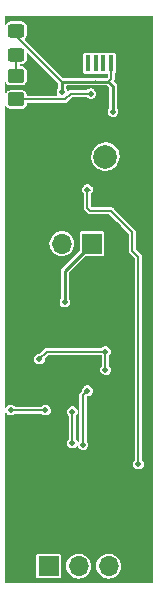
<source format=gbr>
%TF.GenerationSoftware,KiCad,Pcbnew,(6.0.2)*%
%TF.CreationDate,2022-03-27T22:18:15-04:00*%
%TF.ProjectId,Altimeter,416c7469-6d65-4746-9572-2e6b69636164,rev?*%
%TF.SameCoordinates,Original*%
%TF.FileFunction,Copper,L1,Top*%
%TF.FilePolarity,Positive*%
%FSLAX46Y46*%
G04 Gerber Fmt 4.6, Leading zero omitted, Abs format (unit mm)*
G04 Created by KiCad (PCBNEW (6.0.2)) date 2022-03-27 22:18:15*
%MOMM*%
%LPD*%
G01*
G04 APERTURE LIST*
G04 Aperture macros list*
%AMRoundRect*
0 Rectangle with rounded corners*
0 $1 Rounding radius*
0 $2 $3 $4 $5 $6 $7 $8 $9 X,Y pos of 4 corners*
0 Add a 4 corners polygon primitive as box body*
4,1,4,$2,$3,$4,$5,$6,$7,$8,$9,$2,$3,0*
0 Add four circle primitives for the rounded corners*
1,1,$1+$1,$2,$3*
1,1,$1+$1,$4,$5*
1,1,$1+$1,$6,$7*
1,1,$1+$1,$8,$9*
0 Add four rect primitives between the rounded corners*
20,1,$1+$1,$2,$3,$4,$5,0*
20,1,$1+$1,$4,$5,$6,$7,0*
20,1,$1+$1,$6,$7,$8,$9,0*
20,1,$1+$1,$8,$9,$2,$3,0*%
G04 Aperture macros list end*
%TA.AperFunction,ComponentPad*%
%ADD10C,2.000000*%
%TD*%
%TA.AperFunction,ComponentPad*%
%ADD11O,1.700000X1.700000*%
%TD*%
%TA.AperFunction,ComponentPad*%
%ADD12R,1.700000X1.700000*%
%TD*%
%TA.AperFunction,SMDPad,CuDef*%
%ADD13R,0.400000X1.400000*%
%TD*%
%TA.AperFunction,ComponentPad*%
%ADD14C,1.850000*%
%TD*%
%TA.AperFunction,SMDPad,CuDef*%
%ADD15R,1.750000X1.900000*%
%TD*%
%TA.AperFunction,SMDPad,CuDef*%
%ADD16R,1.150000X1.450000*%
%TD*%
%TA.AperFunction,SMDPad,CuDef*%
%ADD17RoundRect,0.250000X0.450000X-0.325000X0.450000X0.325000X-0.450000X0.325000X-0.450000X-0.325000X0*%
%TD*%
%TA.AperFunction,SMDPad,CuDef*%
%ADD18RoundRect,0.250000X-0.450000X0.350000X-0.450000X-0.350000X0.450000X-0.350000X0.450000X0.350000X0*%
%TD*%
%TA.AperFunction,ViaPad*%
%ADD19C,0.460000*%
%TD*%
%TA.AperFunction,Conductor*%
%ADD20C,0.200000*%
%TD*%
%TA.AperFunction,Conductor*%
%ADD21C,0.250000*%
%TD*%
G04 APERTURE END LIST*
D10*
%TO.P,LS1,1,+*%
%TO.N,Net-(C2-Pad1)*%
X41148000Y-37338000D03*
%TO.P,LS1,2,-*%
%TO.N,Earth*%
X36148000Y-37338000D03*
%TD*%
D11*
%TO.P,J2,3,Pin_3*%
%TO.N,Earth*%
X34925000Y-44704000D03*
%TO.P,J2,2,Pin_2*%
%TO.N,/BAT*%
X37465000Y-44704000D03*
D12*
%TO.P,J2,1,Pin_1*%
X40005000Y-44704000D03*
%TD*%
D13*
%TO.P,J1,1,1*%
%TO.N,/5V*%
X41625000Y-29450000D03*
%TO.P,J1,2,2*%
%TO.N,/D-*%
X40975000Y-29450000D03*
%TO.P,J1,3,3*%
%TO.N,/D+*%
X40325000Y-29450000D03*
%TO.P,J1,4,4*%
%TO.N,/ID*%
X39675000Y-29450000D03*
%TO.P,J1,5,5*%
%TO.N,Earth*%
X39025000Y-29450000D03*
D14*
%TO.P,J1,MH1,MH1*%
X43900000Y-26800000D03*
%TO.P,J1,MH2,MH2*%
X36750000Y-26800000D03*
D15*
%TO.P,J1,MP1,MP1*%
X41450000Y-26800000D03*
%TO.P,J1,MP2,MP2*%
X39200000Y-26800000D03*
D16*
%TO.P,J1,MP3,MP3*%
X42645000Y-29030000D03*
%TO.P,J1,MP4,MP4*%
X38005000Y-29030000D03*
%TD*%
D17*
%TO.P,D1,1,K*%
%TO.N,Net-(D1-Pad1)*%
X33600000Y-28725000D03*
%TO.P,D1,2,A*%
%TO.N,/5V*%
X33600000Y-26675000D03*
%TD*%
D18*
%TO.P,R5,1*%
%TO.N,Net-(D1-Pad1)*%
X33600000Y-30500000D03*
%TO.P,R5,2*%
%TO.N,Net-(IC4-Pad1)*%
X33600000Y-32500000D03*
%TD*%
D12*
%TO.P,J3,1,Pin_1*%
%TO.N,/PROG*%
X36337000Y-72009000D03*
D11*
%TO.P,J3,2,Pin_2*%
%TO.N,/RX*%
X38877000Y-72009000D03*
%TO.P,J3,3,Pin_3*%
%TO.N,/TX*%
X41417000Y-72009000D03*
%TD*%
D19*
%TO.N,Earth*%
X42800000Y-30500000D03*
X36800000Y-31200000D03*
X37700000Y-30400000D03*
X35200000Y-29600000D03*
X36100000Y-28600000D03*
%TO.N,Net-(IC4-Pad1)*%
X39900000Y-32000000D03*
%TO.N,Earth*%
X44600000Y-51500000D03*
X42400000Y-52400000D03*
X43300000Y-51500000D03*
X38200000Y-43100000D03*
X39497000Y-55753000D03*
X38100000Y-41700000D03*
X41800000Y-34700000D03*
X41656000Y-58039000D03*
X43561000Y-38989000D03*
%TO.N,/BAT*%
X33147000Y-58801000D03*
X36068000Y-58801000D03*
X37719000Y-49657000D03*
%TO.N,/5V*%
X37465000Y-31877000D03*
X41783000Y-33528000D03*
%TO.N,/BUZZER*%
X39624000Y-40132000D03*
X43942000Y-63373000D03*
%TO.N,/SDA*%
X39624000Y-57150000D03*
X39243000Y-61722000D03*
%TO.N,/SCL*%
X41148000Y-53848000D03*
X38354000Y-61595000D03*
X35560000Y-54483000D03*
X41148000Y-55372000D03*
X38354000Y-58941500D03*
%TD*%
D20*
%TO.N,/5V*%
X41625000Y-30765000D02*
X41402000Y-30988000D01*
X41625000Y-29450000D02*
X41625000Y-30765000D01*
X33600000Y-27123000D02*
X37465000Y-30988000D01*
X33600000Y-26675000D02*
X33600000Y-27123000D01*
%TO.N,Net-(D1-Pad1)*%
X33600000Y-30500000D02*
X33600000Y-28725000D01*
%TO.N,Net-(IC4-Pad1)*%
X37700000Y-32500000D02*
X33600000Y-32500000D01*
X38200000Y-32000000D02*
X37700000Y-32500000D01*
X39900000Y-32000000D02*
X38200000Y-32000000D01*
D21*
%TO.N,/5V*%
X41012000Y-30988000D02*
X41402000Y-30988000D01*
X40312000Y-30988000D02*
X41012000Y-30988000D01*
D20*
X41000000Y-30976000D02*
X41012000Y-30988000D01*
X40300000Y-30976000D02*
X40312000Y-30988000D01*
D21*
X37465000Y-30988000D02*
X40312000Y-30988000D01*
%TO.N,/BAT*%
X37719000Y-46990000D02*
X37719000Y-49657000D01*
D20*
X36068000Y-58801000D02*
X33147000Y-58801000D01*
D21*
X40005000Y-44704000D02*
X37719000Y-46990000D01*
%TO.N,/5V*%
X37465000Y-31877000D02*
X37465000Y-30988000D01*
X41402000Y-30988000D02*
X41783000Y-31369000D01*
X41783000Y-31369000D02*
X41783000Y-33528000D01*
D20*
%TO.N,/BUZZER*%
X39624000Y-41656000D02*
X39624000Y-40132000D01*
X43942000Y-63373000D02*
X43942000Y-45847000D01*
X41586006Y-41910000D02*
X39878000Y-41910000D01*
X43942000Y-45847000D02*
X43434000Y-45339000D01*
X43434000Y-45339000D02*
X43434000Y-43757994D01*
X43434000Y-43757994D02*
X41586006Y-41910000D01*
X39878000Y-41910000D02*
X39624000Y-41656000D01*
X39808006Y-40132000D02*
X39624000Y-40132000D01*
%TO.N,/SDA*%
X39243000Y-61722000D02*
X39243000Y-57531000D01*
X39243000Y-57531000D02*
X39624000Y-57150000D01*
%TO.N,/SCL*%
X38354000Y-58941500D02*
X38354000Y-61595000D01*
X35560000Y-54483000D02*
X36195000Y-53848000D01*
X36195000Y-53848000D02*
X41148000Y-53848000D01*
X41148000Y-55372000D02*
X41148000Y-53848000D01*
%TO.N,Earth*%
X41529000Y-42418000D02*
X42434000Y-43323000D01*
X37338000Y-42418000D02*
X41529000Y-42418000D01*
X35560000Y-44196000D02*
X37338000Y-42418000D01*
X35696000Y-44060000D02*
X35696000Y-44577000D01*
X42434000Y-43323000D02*
X42434000Y-44958000D01*
X35560000Y-44577000D02*
X35560000Y-44196000D01*
%TD*%
%TA.AperFunction,Conductor*%
%TO.N,Earth*%
G36*
X45193694Y-25421306D02*
G01*
X45212000Y-25465500D01*
X45212000Y-73343500D01*
X45193694Y-73387694D01*
X45149500Y-73406000D01*
X32701500Y-73406000D01*
X32657306Y-73387694D01*
X32639000Y-73343500D01*
X32639000Y-72878748D01*
X35286500Y-72878748D01*
X35287099Y-72881758D01*
X35287099Y-72881761D01*
X35290779Y-72900258D01*
X35298133Y-72937231D01*
X35342448Y-73003552D01*
X35347562Y-73006969D01*
X35403653Y-73044449D01*
X35403655Y-73044450D01*
X35408769Y-73047867D01*
X35414803Y-73049067D01*
X35414805Y-73049068D01*
X35464239Y-73058901D01*
X35464242Y-73058901D01*
X35467252Y-73059500D01*
X37206748Y-73059500D01*
X37209758Y-73058901D01*
X37209761Y-73058901D01*
X37259195Y-73049068D01*
X37259197Y-73049067D01*
X37265231Y-73047867D01*
X37270345Y-73044450D01*
X37270347Y-73044449D01*
X37326438Y-73006969D01*
X37331552Y-73003552D01*
X37375867Y-72937231D01*
X37383222Y-72900258D01*
X37386901Y-72881761D01*
X37386901Y-72881758D01*
X37387500Y-72878748D01*
X37387500Y-71994262D01*
X37821520Y-71994262D01*
X37838759Y-72199553D01*
X37895544Y-72397586D01*
X37989712Y-72580818D01*
X37991603Y-72583204D01*
X37991605Y-72583207D01*
X38020598Y-72619787D01*
X38117677Y-72742270D01*
X38274564Y-72875791D01*
X38454398Y-72976297D01*
X38457302Y-72977241D01*
X38457303Y-72977241D01*
X38647416Y-73039013D01*
X38647421Y-73039014D01*
X38650329Y-73039959D01*
X38653370Y-73040322D01*
X38653372Y-73040322D01*
X38722344Y-73048546D01*
X38854894Y-73064351D01*
X38857936Y-73064117D01*
X38857939Y-73064117D01*
X39057249Y-73048781D01*
X39057251Y-73048781D01*
X39060300Y-73048546D01*
X39258725Y-72993145D01*
X39261448Y-72991770D01*
X39261452Y-72991768D01*
X39439890Y-72901632D01*
X39442610Y-72900258D01*
X39445008Y-72898385D01*
X39445012Y-72898382D01*
X39530014Y-72831971D01*
X39604951Y-72773424D01*
X39633910Y-72739875D01*
X39657980Y-72711989D01*
X39739564Y-72617472D01*
X39841323Y-72438344D01*
X39906351Y-72242863D01*
X39911452Y-72202489D01*
X39931951Y-72040216D01*
X39931951Y-72040215D01*
X39932171Y-72038474D01*
X39932583Y-72009000D01*
X39932414Y-72007280D01*
X39932414Y-72007271D01*
X39931138Y-71994262D01*
X40361520Y-71994262D01*
X40378759Y-72199553D01*
X40435544Y-72397586D01*
X40529712Y-72580818D01*
X40531603Y-72583204D01*
X40531605Y-72583207D01*
X40560598Y-72619787D01*
X40657677Y-72742270D01*
X40814564Y-72875791D01*
X40994398Y-72976297D01*
X40997302Y-72977241D01*
X40997303Y-72977241D01*
X41187416Y-73039013D01*
X41187421Y-73039014D01*
X41190329Y-73039959D01*
X41193370Y-73040322D01*
X41193372Y-73040322D01*
X41262344Y-73048546D01*
X41394894Y-73064351D01*
X41397936Y-73064117D01*
X41397939Y-73064117D01*
X41597249Y-73048781D01*
X41597251Y-73048781D01*
X41600300Y-73048546D01*
X41798725Y-72993145D01*
X41801448Y-72991770D01*
X41801452Y-72991768D01*
X41979890Y-72901632D01*
X41982610Y-72900258D01*
X41985008Y-72898385D01*
X41985012Y-72898382D01*
X42070014Y-72831971D01*
X42144951Y-72773424D01*
X42173910Y-72739875D01*
X42197980Y-72711989D01*
X42279564Y-72617472D01*
X42381323Y-72438344D01*
X42446351Y-72242863D01*
X42451452Y-72202489D01*
X42471951Y-72040216D01*
X42471951Y-72040215D01*
X42472171Y-72038474D01*
X42472583Y-72009000D01*
X42472414Y-72007280D01*
X42472414Y-72007271D01*
X42452778Y-71807010D01*
X42452480Y-71803970D01*
X42392935Y-71606749D01*
X42296218Y-71424849D01*
X42166011Y-71265200D01*
X42007275Y-71133882D01*
X41826055Y-71035897D01*
X41745726Y-71011031D01*
X41632169Y-70975879D01*
X41632166Y-70975878D01*
X41629254Y-70974977D01*
X41626221Y-70974658D01*
X41626220Y-70974658D01*
X41571739Y-70968932D01*
X41424369Y-70953443D01*
X41421336Y-70953719D01*
X41421332Y-70953719D01*
X41308436Y-70963993D01*
X41219203Y-70972114D01*
X41216270Y-70972977D01*
X41216266Y-70972978D01*
X41086974Y-71011031D01*
X41021572Y-71030280D01*
X40839002Y-71125726D01*
X40678447Y-71254815D01*
X40546024Y-71412630D01*
X40446776Y-71593162D01*
X40384484Y-71789532D01*
X40384143Y-71792570D01*
X40384143Y-71792571D01*
X40382524Y-71807010D01*
X40361520Y-71994262D01*
X39931138Y-71994262D01*
X39912778Y-71807010D01*
X39912480Y-71803970D01*
X39852935Y-71606749D01*
X39756218Y-71424849D01*
X39626011Y-71265200D01*
X39467275Y-71133882D01*
X39286055Y-71035897D01*
X39205726Y-71011031D01*
X39092169Y-70975879D01*
X39092166Y-70975878D01*
X39089254Y-70974977D01*
X39086221Y-70974658D01*
X39086220Y-70974658D01*
X39031739Y-70968932D01*
X38884369Y-70953443D01*
X38881336Y-70953719D01*
X38881332Y-70953719D01*
X38768436Y-70963993D01*
X38679203Y-70972114D01*
X38676270Y-70972977D01*
X38676266Y-70972978D01*
X38546974Y-71011031D01*
X38481572Y-71030280D01*
X38299002Y-71125726D01*
X38138447Y-71254815D01*
X38006024Y-71412630D01*
X37906776Y-71593162D01*
X37844484Y-71789532D01*
X37844143Y-71792570D01*
X37844143Y-71792571D01*
X37842524Y-71807010D01*
X37821520Y-71994262D01*
X37387500Y-71994262D01*
X37387500Y-71139252D01*
X37386432Y-71133882D01*
X37377068Y-71086805D01*
X37377067Y-71086803D01*
X37375867Y-71080769D01*
X37331552Y-71014448D01*
X37314680Y-71003174D01*
X37270347Y-70973551D01*
X37270345Y-70973550D01*
X37265231Y-70970133D01*
X37259197Y-70968933D01*
X37259195Y-70968932D01*
X37209761Y-70959099D01*
X37209758Y-70959099D01*
X37206748Y-70958500D01*
X35467252Y-70958500D01*
X35464242Y-70959099D01*
X35464239Y-70959099D01*
X35414805Y-70968932D01*
X35414803Y-70968933D01*
X35408769Y-70970133D01*
X35403655Y-70973550D01*
X35403653Y-70973551D01*
X35359320Y-71003174D01*
X35342448Y-71014448D01*
X35298133Y-71080769D01*
X35296933Y-71086803D01*
X35296932Y-71086805D01*
X35287568Y-71133882D01*
X35286500Y-71139252D01*
X35286500Y-72878748D01*
X32639000Y-72878748D01*
X32639000Y-61589440D01*
X37898901Y-61589440D01*
X37915633Y-61717394D01*
X37917426Y-61721469D01*
X37922553Y-61733120D01*
X37967605Y-61835510D01*
X38050639Y-61934291D01*
X38054344Y-61936757D01*
X38054346Y-61936759D01*
X38119017Y-61979807D01*
X38158060Y-62005796D01*
X38281233Y-62044278D01*
X38285683Y-62044360D01*
X38285686Y-62044360D01*
X38405809Y-62046562D01*
X38405812Y-62046562D01*
X38410255Y-62046643D01*
X38414546Y-62045473D01*
X38414547Y-62045473D01*
X38472505Y-62029671D01*
X38534755Y-62012700D01*
X38644724Y-61945179D01*
X38717458Y-61864823D01*
X38760686Y-61844343D01*
X38805736Y-61860429D01*
X38821001Y-61881594D01*
X38847527Y-61941878D01*
X38856605Y-61962510D01*
X38939639Y-62061291D01*
X38943344Y-62063757D01*
X38943346Y-62063759D01*
X39024902Y-62118047D01*
X39047060Y-62132796D01*
X39170233Y-62171278D01*
X39174683Y-62171360D01*
X39174686Y-62171360D01*
X39294809Y-62173562D01*
X39294812Y-62173562D01*
X39299255Y-62173643D01*
X39303546Y-62172473D01*
X39303547Y-62172473D01*
X39361505Y-62156672D01*
X39423755Y-62139700D01*
X39533724Y-62072179D01*
X39620322Y-61976507D01*
X39676588Y-61860375D01*
X39678417Y-61849507D01*
X39697597Y-61735496D01*
X39697997Y-61733120D01*
X39698133Y-61722000D01*
X39679839Y-61594259D01*
X39626428Y-61476788D01*
X39623025Y-61472838D01*
X39558652Y-61398130D01*
X39543500Y-61357333D01*
X39543500Y-57681359D01*
X39561806Y-57637165D01*
X39580039Y-57618932D01*
X39625377Y-57600637D01*
X39680255Y-57601643D01*
X39804755Y-57567700D01*
X39914724Y-57500179D01*
X39918805Y-57495671D01*
X39998335Y-57407807D01*
X40001322Y-57404507D01*
X40057588Y-57288375D01*
X40058498Y-57282971D01*
X40078597Y-57163496D01*
X40078997Y-57161120D01*
X40079133Y-57150000D01*
X40060839Y-57022259D01*
X40007428Y-56904788D01*
X39923193Y-56807028D01*
X39814906Y-56736841D01*
X39810641Y-56735566D01*
X39810638Y-56735564D01*
X39695541Y-56701142D01*
X39695538Y-56701142D01*
X39691273Y-56699866D01*
X39627721Y-56699478D01*
X39566684Y-56699105D01*
X39566683Y-56699105D01*
X39562231Y-56699078D01*
X39438155Y-56734539D01*
X39329019Y-56803399D01*
X39326076Y-56806731D01*
X39326074Y-56806733D01*
X39322833Y-56810403D01*
X39243596Y-56900122D01*
X39188754Y-57016932D01*
X39168901Y-57144440D01*
X39169478Y-57148855D01*
X39169424Y-57153306D01*
X39166940Y-57153276D01*
X39156612Y-57191672D01*
X39151258Y-57197771D01*
X39069445Y-57279584D01*
X39064820Y-57283576D01*
X39060731Y-57285575D01*
X39056807Y-57289805D01*
X39026620Y-57322347D01*
X39024993Y-57324036D01*
X39010752Y-57338277D01*
X39009125Y-57340648D01*
X39007281Y-57342867D01*
X39007211Y-57342808D01*
X39004534Y-57346156D01*
X38984599Y-57367646D01*
X38978829Y-57382109D01*
X38972318Y-57394303D01*
X38966772Y-57402387D01*
X38966771Y-57402390D01*
X38963508Y-57407146D01*
X38962176Y-57412761D01*
X38956739Y-57435670D01*
X38953983Y-57444387D01*
X38943117Y-57471622D01*
X38942500Y-57477915D01*
X38942500Y-57488357D01*
X38940811Y-57502788D01*
X38937660Y-57516066D01*
X38938438Y-57521782D01*
X38941929Y-57547434D01*
X38942500Y-57555862D01*
X38942500Y-61358000D01*
X38926846Y-61399373D01*
X38880516Y-61451831D01*
X38837540Y-61472838D01*
X38792297Y-61457304D01*
X38776775Y-61436327D01*
X38739272Y-61353843D01*
X38739271Y-61353841D01*
X38737428Y-61349788D01*
X38669652Y-61271130D01*
X38654500Y-61230333D01*
X38654500Y-59304964D01*
X38670663Y-59263022D01*
X38682199Y-59250278D01*
X38731322Y-59196007D01*
X38787588Y-59079875D01*
X38790534Y-59062368D01*
X38808597Y-58954996D01*
X38808997Y-58952620D01*
X38809133Y-58941500D01*
X38790839Y-58813759D01*
X38737428Y-58696288D01*
X38653193Y-58598528D01*
X38544906Y-58528341D01*
X38540641Y-58527066D01*
X38540638Y-58527064D01*
X38425541Y-58492642D01*
X38425538Y-58492642D01*
X38421273Y-58491366D01*
X38357721Y-58490978D01*
X38296684Y-58490605D01*
X38296683Y-58490605D01*
X38292231Y-58490578D01*
X38168155Y-58526039D01*
X38059019Y-58594899D01*
X38056076Y-58598231D01*
X38056074Y-58598233D01*
X37985920Y-58677668D01*
X37973596Y-58691622D01*
X37918754Y-58808432D01*
X37898901Y-58935940D01*
X37915633Y-59063894D01*
X37917426Y-59067969D01*
X37952587Y-59147878D01*
X37967605Y-59182010D01*
X37979371Y-59196007D01*
X38038843Y-59266758D01*
X38053500Y-59306974D01*
X38053500Y-61231000D01*
X38037846Y-61272373D01*
X37973596Y-61345122D01*
X37918754Y-61461932D01*
X37898901Y-61589440D01*
X32639000Y-61589440D01*
X32639000Y-59062368D01*
X32657306Y-59018174D01*
X32701500Y-58999868D01*
X32745694Y-59018174D01*
X32756336Y-59033732D01*
X32756459Y-59033655D01*
X32758230Y-59036500D01*
X32758708Y-59037199D01*
X32760605Y-59041510D01*
X32772371Y-59055507D01*
X32828313Y-59122058D01*
X32843639Y-59140291D01*
X32847344Y-59142757D01*
X32847346Y-59142759D01*
X32906313Y-59182010D01*
X32951060Y-59211796D01*
X33074233Y-59250278D01*
X33078683Y-59250360D01*
X33078686Y-59250360D01*
X33198809Y-59252562D01*
X33198812Y-59252562D01*
X33203255Y-59252643D01*
X33207546Y-59251473D01*
X33207547Y-59251473D01*
X33265505Y-59235672D01*
X33327755Y-59218700D01*
X33437724Y-59151179D01*
X33464083Y-59122058D01*
X33510420Y-59101500D01*
X35702921Y-59101500D01*
X35747115Y-59119806D01*
X35750757Y-59123777D01*
X35764639Y-59140291D01*
X35768344Y-59142757D01*
X35768346Y-59142759D01*
X35827313Y-59182010D01*
X35872060Y-59211796D01*
X35995233Y-59250278D01*
X35999683Y-59250360D01*
X35999686Y-59250360D01*
X36119809Y-59252562D01*
X36119812Y-59252562D01*
X36124255Y-59252643D01*
X36128546Y-59251473D01*
X36128547Y-59251473D01*
X36186505Y-59235672D01*
X36248755Y-59218700D01*
X36358724Y-59151179D01*
X36445322Y-59055507D01*
X36501588Y-58939375D01*
X36522997Y-58812120D01*
X36523133Y-58801000D01*
X36504839Y-58673259D01*
X36472210Y-58601496D01*
X36453272Y-58559843D01*
X36453271Y-58559841D01*
X36451428Y-58555788D01*
X36440159Y-58542709D01*
X36370101Y-58461403D01*
X36367193Y-58458028D01*
X36258906Y-58387841D01*
X36254641Y-58386566D01*
X36254638Y-58386564D01*
X36139541Y-58352142D01*
X36139538Y-58352142D01*
X36135273Y-58350866D01*
X36071721Y-58350478D01*
X36010684Y-58350105D01*
X36010683Y-58350105D01*
X36006231Y-58350078D01*
X35882155Y-58385539D01*
X35773019Y-58454399D01*
X35770076Y-58457731D01*
X35770074Y-58457733D01*
X35750963Y-58479373D01*
X35704117Y-58500500D01*
X33511437Y-58500500D01*
X33464090Y-58478798D01*
X33449102Y-58461403D01*
X33449098Y-58461400D01*
X33446193Y-58458028D01*
X33337906Y-58387841D01*
X33333641Y-58386566D01*
X33333638Y-58386564D01*
X33218541Y-58352142D01*
X33218538Y-58352142D01*
X33214273Y-58350866D01*
X33150721Y-58350478D01*
X33089684Y-58350105D01*
X33089683Y-58350105D01*
X33085231Y-58350078D01*
X32961155Y-58385539D01*
X32852019Y-58454399D01*
X32849076Y-58457731D01*
X32849074Y-58457733D01*
X32786650Y-58528415D01*
X32766596Y-58551122D01*
X32764704Y-58555152D01*
X32758075Y-58569271D01*
X32722722Y-58601496D01*
X32674938Y-58599284D01*
X32642713Y-58563931D01*
X32639000Y-58542709D01*
X32639000Y-54477440D01*
X35104901Y-54477440D01*
X35105478Y-54481853D01*
X35105478Y-54481854D01*
X35106767Y-54491708D01*
X35121633Y-54605394D01*
X35173605Y-54723510D01*
X35256639Y-54822291D01*
X35260344Y-54824757D01*
X35260346Y-54824759D01*
X35341902Y-54879047D01*
X35364060Y-54893796D01*
X35487233Y-54932278D01*
X35491683Y-54932360D01*
X35491686Y-54932360D01*
X35611809Y-54934562D01*
X35611812Y-54934562D01*
X35616255Y-54934643D01*
X35620546Y-54933473D01*
X35620547Y-54933473D01*
X35678505Y-54917671D01*
X35740755Y-54900700D01*
X35850724Y-54833179D01*
X35937322Y-54737507D01*
X35993588Y-54621375D01*
X36014997Y-54494120D01*
X36015133Y-54483000D01*
X36015092Y-54482716D01*
X36033127Y-54434844D01*
X36301165Y-54166806D01*
X36345359Y-54148500D01*
X40782921Y-54148500D01*
X40827115Y-54166806D01*
X40830763Y-54170783D01*
X40832839Y-54173253D01*
X40832849Y-54173265D01*
X40847500Y-54213474D01*
X40847500Y-55008000D01*
X40831846Y-55049373D01*
X40767596Y-55122122D01*
X40712754Y-55238932D01*
X40692901Y-55366440D01*
X40709633Y-55494394D01*
X40761605Y-55612510D01*
X40844639Y-55711291D01*
X40848344Y-55713757D01*
X40848346Y-55713759D01*
X40929902Y-55768047D01*
X40952060Y-55782796D01*
X41075233Y-55821278D01*
X41079683Y-55821360D01*
X41079686Y-55821360D01*
X41199809Y-55823562D01*
X41199812Y-55823562D01*
X41204255Y-55823643D01*
X41208546Y-55822473D01*
X41208547Y-55822473D01*
X41266505Y-55806671D01*
X41328755Y-55789700D01*
X41438724Y-55722179D01*
X41525322Y-55626507D01*
X41581588Y-55510375D01*
X41602997Y-55383120D01*
X41603133Y-55372000D01*
X41584839Y-55244259D01*
X41531428Y-55126788D01*
X41463652Y-55048130D01*
X41448500Y-55007333D01*
X41448500Y-54211464D01*
X41464663Y-54169522D01*
X41467122Y-54166806D01*
X41525322Y-54102507D01*
X41581588Y-53986375D01*
X41602997Y-53859120D01*
X41603133Y-53848000D01*
X41584839Y-53720259D01*
X41542039Y-53626126D01*
X41533272Y-53606843D01*
X41533271Y-53606841D01*
X41531428Y-53602788D01*
X41447193Y-53505028D01*
X41338906Y-53434841D01*
X41334641Y-53433566D01*
X41334638Y-53433564D01*
X41219541Y-53399142D01*
X41219538Y-53399142D01*
X41215273Y-53397866D01*
X41151721Y-53397478D01*
X41090684Y-53397105D01*
X41090683Y-53397105D01*
X41086231Y-53397078D01*
X40962155Y-53432539D01*
X40853019Y-53501399D01*
X40850076Y-53504731D01*
X40850074Y-53504733D01*
X40830963Y-53526373D01*
X40784117Y-53547500D01*
X36250059Y-53547500D01*
X36243965Y-53547053D01*
X36239658Y-53545574D01*
X36189531Y-53547456D01*
X36187186Y-53547500D01*
X36167052Y-53547500D01*
X36164220Y-53548028D01*
X36161356Y-53548292D01*
X36161348Y-53548200D01*
X36157088Y-53548674D01*
X36152649Y-53548841D01*
X36127792Y-53549774D01*
X36113482Y-53555922D01*
X36100254Y-53559940D01*
X36090620Y-53561734D01*
X36090618Y-53561735D01*
X36084947Y-53562791D01*
X36065930Y-53574513D01*
X36059987Y-53578176D01*
X36051868Y-53582393D01*
X36024938Y-53593964D01*
X36020051Y-53597977D01*
X36012667Y-53605361D01*
X36001269Y-53614371D01*
X35989652Y-53621532D01*
X35986159Y-53626126D01*
X35970490Y-53646731D01*
X35964934Y-53653094D01*
X35603882Y-54014146D01*
X35559307Y-54032451D01*
X35522007Y-54032223D01*
X35502684Y-54032105D01*
X35502683Y-54032105D01*
X35498231Y-54032078D01*
X35374155Y-54067539D01*
X35265019Y-54136399D01*
X35262076Y-54139731D01*
X35262074Y-54139733D01*
X35182543Y-54229785D01*
X35179596Y-54233122D01*
X35124754Y-54349932D01*
X35104901Y-54477440D01*
X32639000Y-54477440D01*
X32639000Y-49651440D01*
X37263901Y-49651440D01*
X37280633Y-49779394D01*
X37332605Y-49897510D01*
X37415639Y-49996291D01*
X37419344Y-49998757D01*
X37419346Y-49998759D01*
X37500902Y-50053047D01*
X37523060Y-50067796D01*
X37646233Y-50106278D01*
X37650683Y-50106360D01*
X37650686Y-50106360D01*
X37770809Y-50108562D01*
X37770812Y-50108562D01*
X37775255Y-50108643D01*
X37779546Y-50107473D01*
X37779547Y-50107473D01*
X37837505Y-50091672D01*
X37899755Y-50074700D01*
X38009724Y-50007179D01*
X38096322Y-49911507D01*
X38152588Y-49795375D01*
X38173997Y-49668120D01*
X38174133Y-49657000D01*
X38155839Y-49529259D01*
X38102428Y-49411788D01*
X38059652Y-49362144D01*
X38044500Y-49321347D01*
X38044500Y-47150714D01*
X38062806Y-47106520D01*
X39396521Y-45772806D01*
X39440715Y-45754500D01*
X40874748Y-45754500D01*
X40877758Y-45753901D01*
X40877761Y-45753901D01*
X40927195Y-45744068D01*
X40927197Y-45744067D01*
X40933231Y-45742867D01*
X40938345Y-45739450D01*
X40938347Y-45739449D01*
X40994438Y-45701969D01*
X40999552Y-45698552D01*
X41013995Y-45676937D01*
X41040449Y-45637347D01*
X41040450Y-45637345D01*
X41043867Y-45632231D01*
X41046315Y-45619927D01*
X41054901Y-45576761D01*
X41054901Y-45576758D01*
X41055500Y-45573748D01*
X41055500Y-43834252D01*
X41054432Y-43828882D01*
X41045068Y-43781805D01*
X41045067Y-43781803D01*
X41043867Y-43775769D01*
X40999552Y-43709448D01*
X40950207Y-43676476D01*
X40938347Y-43668551D01*
X40938345Y-43668550D01*
X40933231Y-43665133D01*
X40927197Y-43663933D01*
X40927195Y-43663932D01*
X40877761Y-43654099D01*
X40877758Y-43654099D01*
X40874748Y-43653500D01*
X39135252Y-43653500D01*
X39132242Y-43654099D01*
X39132239Y-43654099D01*
X39082805Y-43663932D01*
X39082803Y-43663933D01*
X39076769Y-43665133D01*
X39071655Y-43668550D01*
X39071653Y-43668551D01*
X39059793Y-43676476D01*
X39010448Y-43709448D01*
X38966133Y-43775769D01*
X38964933Y-43781803D01*
X38964932Y-43781805D01*
X38955568Y-43828882D01*
X38954500Y-43834252D01*
X38954500Y-45268285D01*
X38936194Y-45312479D01*
X37500820Y-46747854D01*
X37496800Y-46751538D01*
X37465806Y-46777545D01*
X37463073Y-46782279D01*
X37445580Y-46812579D01*
X37442650Y-46817178D01*
X37419446Y-46850316D01*
X37418032Y-46855593D01*
X37418031Y-46855595D01*
X37417812Y-46856414D01*
X37411568Y-46871487D01*
X37411147Y-46872216D01*
X37411145Y-46872221D01*
X37408412Y-46876955D01*
X37407463Y-46882338D01*
X37401388Y-46916793D01*
X37400207Y-46922117D01*
X37389736Y-46961193D01*
X37390213Y-46966640D01*
X37393262Y-47001494D01*
X37393500Y-47006941D01*
X37393500Y-49321307D01*
X37377846Y-49362680D01*
X37338596Y-49407122D01*
X37283754Y-49523932D01*
X37263901Y-49651440D01*
X32639000Y-49651440D01*
X32639000Y-44689262D01*
X36409520Y-44689262D01*
X36426759Y-44894553D01*
X36483544Y-45092586D01*
X36577712Y-45275818D01*
X36579603Y-45278204D01*
X36579605Y-45278207D01*
X36606769Y-45312479D01*
X36705677Y-45437270D01*
X36708007Y-45439253D01*
X36831494Y-45544348D01*
X36862564Y-45570791D01*
X37042398Y-45671297D01*
X37045302Y-45672241D01*
X37045303Y-45672241D01*
X37235416Y-45734013D01*
X37235421Y-45734014D01*
X37238329Y-45734959D01*
X37241370Y-45735322D01*
X37241372Y-45735322D01*
X37310344Y-45743546D01*
X37442894Y-45759351D01*
X37445936Y-45759117D01*
X37445939Y-45759117D01*
X37645249Y-45743781D01*
X37645251Y-45743781D01*
X37648300Y-45743546D01*
X37846725Y-45688145D01*
X37849448Y-45686770D01*
X37849452Y-45686768D01*
X38027890Y-45596632D01*
X38030610Y-45595258D01*
X38033008Y-45593385D01*
X38033012Y-45593382D01*
X38140935Y-45509063D01*
X38192951Y-45468424D01*
X38205433Y-45453964D01*
X38280542Y-45366948D01*
X38327564Y-45312472D01*
X38429323Y-45133344D01*
X38494351Y-44937863D01*
X38499452Y-44897489D01*
X38519951Y-44735216D01*
X38519951Y-44735215D01*
X38520171Y-44733474D01*
X38520583Y-44704000D01*
X38520414Y-44702280D01*
X38520414Y-44702271D01*
X38500778Y-44502010D01*
X38500480Y-44498970D01*
X38440935Y-44301749D01*
X38344218Y-44119849D01*
X38214011Y-43960200D01*
X38055275Y-43828882D01*
X37874055Y-43730897D01*
X37793726Y-43706031D01*
X37680169Y-43670879D01*
X37680166Y-43670878D01*
X37677254Y-43669977D01*
X37674221Y-43669658D01*
X37674220Y-43669658D01*
X37613250Y-43663250D01*
X37472369Y-43648443D01*
X37469336Y-43648719D01*
X37469332Y-43648719D01*
X37356436Y-43658993D01*
X37267203Y-43667114D01*
X37264270Y-43667977D01*
X37264266Y-43667978D01*
X37134974Y-43706031D01*
X37069572Y-43725280D01*
X36887002Y-43820726D01*
X36726447Y-43949815D01*
X36594024Y-44107630D01*
X36494776Y-44288162D01*
X36432484Y-44484532D01*
X36432143Y-44487570D01*
X36432143Y-44487571D01*
X36430524Y-44502010D01*
X36409520Y-44689262D01*
X32639000Y-44689262D01*
X32639000Y-40126440D01*
X39168901Y-40126440D01*
X39185633Y-40254394D01*
X39187426Y-40258469D01*
X39226765Y-40347873D01*
X39237605Y-40372510D01*
X39289972Y-40434808D01*
X39308843Y-40457258D01*
X39323500Y-40497474D01*
X39323500Y-41600948D01*
X39323053Y-41607036D01*
X39321575Y-41611342D01*
X39322417Y-41633772D01*
X39323456Y-41661454D01*
X39323500Y-41663798D01*
X39323500Y-41683948D01*
X39324026Y-41686775D01*
X39324291Y-41689642D01*
X39324200Y-41689650D01*
X39324674Y-41693912D01*
X39325774Y-41723208D01*
X39328051Y-41728507D01*
X39331922Y-41737518D01*
X39335940Y-41750746D01*
X39338791Y-41766053D01*
X39354178Y-41791016D01*
X39358387Y-41799117D01*
X39369964Y-41826063D01*
X39373978Y-41830949D01*
X39381360Y-41838331D01*
X39390370Y-41849730D01*
X39397532Y-41861348D01*
X39402126Y-41864841D01*
X39422734Y-41880512D01*
X39429097Y-41886068D01*
X39626587Y-42083559D01*
X39630577Y-42088181D01*
X39632575Y-42092269D01*
X39636805Y-42096193D01*
X39669334Y-42126368D01*
X39671023Y-42127995D01*
X39685276Y-42142248D01*
X39687653Y-42143878D01*
X39689869Y-42145720D01*
X39689809Y-42145792D01*
X39693160Y-42148470D01*
X39710412Y-42164474D01*
X39710414Y-42164475D01*
X39714646Y-42168401D01*
X39720004Y-42170539D01*
X39720008Y-42170541D01*
X39729109Y-42174171D01*
X39741301Y-42180680D01*
X39754146Y-42189492D01*
X39774844Y-42194404D01*
X39782670Y-42196261D01*
X39791387Y-42199017D01*
X39818622Y-42209883D01*
X39823013Y-42210314D01*
X39823015Y-42210314D01*
X39823155Y-42210327D01*
X39824915Y-42210500D01*
X39835357Y-42210500D01*
X39849788Y-42212189D01*
X39863066Y-42215340D01*
X39894435Y-42211071D01*
X39902862Y-42210500D01*
X41435647Y-42210500D01*
X41479841Y-42228806D01*
X43115194Y-43864159D01*
X43133500Y-43908353D01*
X43133500Y-45283948D01*
X43133053Y-45290036D01*
X43131575Y-45294342D01*
X43133430Y-45343769D01*
X43133456Y-45344454D01*
X43133500Y-45346798D01*
X43133500Y-45366948D01*
X43134026Y-45369775D01*
X43134291Y-45372642D01*
X43134200Y-45372650D01*
X43134674Y-45376912D01*
X43135774Y-45406208D01*
X43138051Y-45411507D01*
X43141922Y-45420518D01*
X43145940Y-45433746D01*
X43148791Y-45449053D01*
X43164178Y-45474016D01*
X43168387Y-45482117D01*
X43179964Y-45509063D01*
X43183978Y-45513949D01*
X43191360Y-45521331D01*
X43200370Y-45532730D01*
X43207532Y-45544348D01*
X43212126Y-45547841D01*
X43232734Y-45563512D01*
X43239097Y-45569068D01*
X43623194Y-45953165D01*
X43641500Y-45997359D01*
X43641500Y-63009000D01*
X43625846Y-63050373D01*
X43561596Y-63123122D01*
X43506754Y-63239932D01*
X43486901Y-63367440D01*
X43503633Y-63495394D01*
X43555605Y-63613510D01*
X43638639Y-63712291D01*
X43642344Y-63714757D01*
X43642346Y-63714759D01*
X43723902Y-63769047D01*
X43746060Y-63783796D01*
X43869233Y-63822278D01*
X43873683Y-63822360D01*
X43873686Y-63822360D01*
X43993809Y-63824562D01*
X43993812Y-63824562D01*
X43998255Y-63824643D01*
X44002546Y-63823473D01*
X44002547Y-63823473D01*
X44060505Y-63807671D01*
X44122755Y-63790700D01*
X44232724Y-63723179D01*
X44319322Y-63627507D01*
X44375588Y-63511375D01*
X44396997Y-63384120D01*
X44397133Y-63373000D01*
X44378839Y-63245259D01*
X44325428Y-63127788D01*
X44257652Y-63049130D01*
X44242500Y-63008333D01*
X44242500Y-45902052D01*
X44242947Y-45895964D01*
X44244425Y-45891658D01*
X44242544Y-45841558D01*
X44242500Y-45839213D01*
X44242500Y-45819052D01*
X44241974Y-45816226D01*
X44241709Y-45813357D01*
X44241800Y-45813349D01*
X44241325Y-45809082D01*
X44240442Y-45785559D01*
X44240442Y-45785557D01*
X44240225Y-45779791D01*
X44234081Y-45765490D01*
X44230061Y-45752261D01*
X44228265Y-45742618D01*
X44227209Y-45736947D01*
X44211827Y-45711993D01*
X44207607Y-45703870D01*
X44197778Y-45680991D01*
X44197777Y-45680989D01*
X44196036Y-45676937D01*
X44192022Y-45672051D01*
X44184640Y-45664669D01*
X44175630Y-45653270D01*
X44171498Y-45646567D01*
X44171497Y-45646566D01*
X44168468Y-45641652D01*
X44143266Y-45622488D01*
X44136903Y-45616932D01*
X43752806Y-45232835D01*
X43734500Y-45188641D01*
X43734500Y-43813046D01*
X43734947Y-43806958D01*
X43736425Y-43802652D01*
X43734544Y-43752539D01*
X43734500Y-43750195D01*
X43734500Y-43730046D01*
X43733974Y-43727219D01*
X43733709Y-43724352D01*
X43733800Y-43724344D01*
X43733326Y-43720082D01*
X43732443Y-43696553D01*
X43732442Y-43696551D01*
X43732226Y-43690785D01*
X43729947Y-43685480D01*
X43726079Y-43676476D01*
X43722061Y-43663250D01*
X43720267Y-43653617D01*
X43720265Y-43653612D01*
X43719209Y-43647941D01*
X43703822Y-43622978D01*
X43699613Y-43614877D01*
X43688036Y-43587931D01*
X43684022Y-43583045D01*
X43676640Y-43575663D01*
X43667630Y-43564264D01*
X43663498Y-43557561D01*
X43663497Y-43557560D01*
X43660468Y-43552646D01*
X43635266Y-43533482D01*
X43628903Y-43527926D01*
X41837422Y-41736445D01*
X41833430Y-41731820D01*
X41831431Y-41727731D01*
X41820341Y-41717443D01*
X41794659Y-41693620D01*
X41792970Y-41691993D01*
X41778729Y-41677752D01*
X41776358Y-41676125D01*
X41774139Y-41674281D01*
X41774198Y-41674211D01*
X41770848Y-41671532D01*
X41753589Y-41655522D01*
X41749360Y-41651599D01*
X41734895Y-41645828D01*
X41722703Y-41639318D01*
X41714619Y-41633772D01*
X41714616Y-41633771D01*
X41709860Y-41630508D01*
X41681337Y-41623739D01*
X41672619Y-41620983D01*
X41645384Y-41610117D01*
X41640993Y-41609686D01*
X41640991Y-41609686D01*
X41640851Y-41609673D01*
X41639091Y-41609500D01*
X41628649Y-41609500D01*
X41614218Y-41607811D01*
X41606553Y-41605992D01*
X41600940Y-41604660D01*
X41591153Y-41605992D01*
X41569572Y-41608929D01*
X41561144Y-41609500D01*
X40028359Y-41609500D01*
X39984165Y-41591194D01*
X39942806Y-41549835D01*
X39924500Y-41505641D01*
X39924500Y-40495464D01*
X39940663Y-40453522D01*
X39998334Y-40389808D01*
X40001322Y-40386507D01*
X40014915Y-40358452D01*
X40021411Y-40347873D01*
X40077621Y-40273952D01*
X40081114Y-40269359D01*
X40086727Y-40249978D01*
X40110647Y-40167374D01*
X40112252Y-40161832D01*
X40102593Y-40050304D01*
X40053431Y-39949731D01*
X40032564Y-39930374D01*
X40018174Y-39910422D01*
X40009272Y-39890843D01*
X40009271Y-39890841D01*
X40007428Y-39886788D01*
X39923193Y-39789028D01*
X39814906Y-39718841D01*
X39810641Y-39717566D01*
X39810638Y-39717564D01*
X39695541Y-39683142D01*
X39695538Y-39683142D01*
X39691273Y-39681866D01*
X39627721Y-39681478D01*
X39566684Y-39681105D01*
X39566683Y-39681105D01*
X39562231Y-39681078D01*
X39438155Y-39716539D01*
X39329019Y-39785399D01*
X39326076Y-39788731D01*
X39326074Y-39788733D01*
X39322833Y-39792403D01*
X39243596Y-39882122D01*
X39188754Y-39998932D01*
X39168901Y-40126440D01*
X32639000Y-40126440D01*
X32639000Y-37306440D01*
X39942770Y-37306440D01*
X39957200Y-37526604D01*
X40011511Y-37740452D01*
X40103883Y-37940821D01*
X40231222Y-38121002D01*
X40389264Y-38274961D01*
X40572717Y-38397540D01*
X40775436Y-38484635D01*
X40778222Y-38485265D01*
X40778227Y-38485267D01*
X40987842Y-38532698D01*
X40987845Y-38532698D01*
X40990632Y-38533329D01*
X41088029Y-38537156D01*
X41208238Y-38541879D01*
X41208242Y-38541879D01*
X41211098Y-38541991D01*
X41429452Y-38510331D01*
X41638379Y-38439410D01*
X41830884Y-38331602D01*
X42000518Y-38190518D01*
X42141602Y-38020884D01*
X42249410Y-37828379D01*
X42320331Y-37619452D01*
X42351991Y-37401098D01*
X42353643Y-37338000D01*
X42350482Y-37303592D01*
X42333716Y-37121142D01*
X42333454Y-37118289D01*
X42323954Y-37084602D01*
X42274342Y-36908691D01*
X42273565Y-36905936D01*
X42260455Y-36879350D01*
X42177248Y-36710624D01*
X42177247Y-36710623D01*
X42175980Y-36708053D01*
X42157941Y-36683896D01*
X42045684Y-36533566D01*
X42045683Y-36533564D01*
X42043967Y-36531267D01*
X41881949Y-36381499D01*
X41695350Y-36263764D01*
X41490421Y-36182006D01*
X41487615Y-36181448D01*
X41487612Y-36181447D01*
X41276830Y-36139520D01*
X41276828Y-36139520D01*
X41274024Y-36138962D01*
X41170127Y-36137602D01*
X41056268Y-36136111D01*
X41056263Y-36136111D01*
X41053406Y-36136074D01*
X41050585Y-36136559D01*
X41050581Y-36136559D01*
X40923124Y-36158460D01*
X40835957Y-36173438D01*
X40833269Y-36174430D01*
X40833264Y-36174431D01*
X40631645Y-36248812D01*
X40631642Y-36248814D01*
X40628957Y-36249804D01*
X40626497Y-36251267D01*
X40626496Y-36251268D01*
X40441806Y-36361147D01*
X40441802Y-36361150D01*
X40439341Y-36362614D01*
X40273457Y-36508090D01*
X40136863Y-36681360D01*
X40034131Y-36876620D01*
X40033284Y-36879347D01*
X40033283Y-36879350D01*
X39970271Y-37082284D01*
X39968703Y-37087333D01*
X39942770Y-37306440D01*
X32639000Y-37306440D01*
X32639000Y-33106284D01*
X32657306Y-33062090D01*
X32701500Y-33043784D01*
X32745694Y-33062090D01*
X32751773Y-33069151D01*
X32827850Y-33172150D01*
X32936816Y-33252634D01*
X32941224Y-33254182D01*
X32941226Y-33254183D01*
X32999893Y-33274785D01*
X33064631Y-33297519D01*
X33081058Y-33299072D01*
X33094702Y-33300362D01*
X33094710Y-33300362D01*
X33096166Y-33300500D01*
X34103834Y-33300500D01*
X34105290Y-33300362D01*
X34105298Y-33300362D01*
X34118942Y-33299072D01*
X34135369Y-33297519D01*
X34200107Y-33274785D01*
X34258774Y-33254183D01*
X34258776Y-33254182D01*
X34263184Y-33252634D01*
X34372150Y-33172150D01*
X34452634Y-33063184D01*
X34497519Y-32935369D01*
X34500500Y-32903834D01*
X34500500Y-32863000D01*
X34518806Y-32818806D01*
X34563000Y-32800500D01*
X37644948Y-32800500D01*
X37651036Y-32800947D01*
X37655342Y-32802425D01*
X37705454Y-32800544D01*
X37707798Y-32800500D01*
X37727948Y-32800500D01*
X37730775Y-32799974D01*
X37733642Y-32799709D01*
X37733650Y-32799800D01*
X37737912Y-32799326D01*
X37739725Y-32799258D01*
X37767208Y-32798226D01*
X37781518Y-32792078D01*
X37794746Y-32788060D01*
X37804378Y-32786266D01*
X37810053Y-32785209D01*
X37835016Y-32769822D01*
X37843117Y-32765613D01*
X37870063Y-32754036D01*
X37874949Y-32750022D01*
X37882331Y-32742640D01*
X37893730Y-32733630D01*
X37900433Y-32729498D01*
X37900434Y-32729497D01*
X37905348Y-32726468D01*
X37924512Y-32701266D01*
X37930068Y-32694903D01*
X38306165Y-32318806D01*
X38350359Y-32300500D01*
X39534921Y-32300500D01*
X39579115Y-32318806D01*
X39582757Y-32322777D01*
X39596639Y-32339291D01*
X39600344Y-32341757D01*
X39600346Y-32341759D01*
X39681902Y-32396047D01*
X39704060Y-32410796D01*
X39827233Y-32449278D01*
X39831683Y-32449360D01*
X39831686Y-32449360D01*
X39951809Y-32451562D01*
X39951812Y-32451562D01*
X39956255Y-32451643D01*
X39960546Y-32450473D01*
X39960547Y-32450473D01*
X40018505Y-32434671D01*
X40080755Y-32417700D01*
X40190724Y-32350179D01*
X40277322Y-32254507D01*
X40333588Y-32138375D01*
X40337099Y-32117510D01*
X40354597Y-32013496D01*
X40354997Y-32011120D01*
X40355133Y-32000000D01*
X40336839Y-31872259D01*
X40297461Y-31785651D01*
X40285272Y-31758843D01*
X40285271Y-31758841D01*
X40283428Y-31754788D01*
X40280218Y-31751062D01*
X40202101Y-31660403D01*
X40199193Y-31657028D01*
X40090906Y-31586841D01*
X40086641Y-31585566D01*
X40086638Y-31585564D01*
X39971541Y-31551142D01*
X39971538Y-31551142D01*
X39967273Y-31549866D01*
X39903721Y-31549478D01*
X39842684Y-31549105D01*
X39842683Y-31549105D01*
X39838231Y-31549078D01*
X39714155Y-31584539D01*
X39605019Y-31653399D01*
X39602076Y-31656731D01*
X39602074Y-31656733D01*
X39582963Y-31678373D01*
X39536117Y-31699500D01*
X38255052Y-31699500D01*
X38248964Y-31699053D01*
X38244658Y-31697575D01*
X38195231Y-31699430D01*
X38194546Y-31699456D01*
X38192202Y-31699500D01*
X38172052Y-31699500D01*
X38169225Y-31700026D01*
X38166358Y-31700291D01*
X38166350Y-31700200D01*
X38162088Y-31700674D01*
X38160275Y-31700742D01*
X38132792Y-31701774D01*
X38118482Y-31707922D01*
X38105254Y-31711940D01*
X38095622Y-31713734D01*
X38089947Y-31714791D01*
X38064984Y-31730178D01*
X38056883Y-31734387D01*
X38029937Y-31745964D01*
X38025051Y-31749977D01*
X38017667Y-31757361D01*
X38006269Y-31766371D01*
X37994652Y-31773532D01*
X37993712Y-31772008D01*
X37955607Y-31785651D01*
X37912360Y-31765209D01*
X37901765Y-31749095D01*
X37850272Y-31635843D01*
X37850271Y-31635841D01*
X37848428Y-31631788D01*
X37805652Y-31582144D01*
X37790500Y-31541347D01*
X37790500Y-31376000D01*
X37808806Y-31331806D01*
X37853000Y-31313500D01*
X41241286Y-31313500D01*
X41285480Y-31331806D01*
X41439194Y-31485521D01*
X41457500Y-31529715D01*
X41457500Y-33192307D01*
X41441846Y-33233680D01*
X41402596Y-33278122D01*
X41347754Y-33394932D01*
X41327901Y-33522440D01*
X41344633Y-33650394D01*
X41396605Y-33768510D01*
X41479639Y-33867291D01*
X41483344Y-33869757D01*
X41483346Y-33869759D01*
X41564902Y-33924047D01*
X41587060Y-33938796D01*
X41710233Y-33977278D01*
X41714683Y-33977360D01*
X41714686Y-33977360D01*
X41834809Y-33979562D01*
X41834812Y-33979562D01*
X41839255Y-33979643D01*
X41843546Y-33978473D01*
X41843547Y-33978473D01*
X41901505Y-33962671D01*
X41963755Y-33945700D01*
X42073724Y-33878179D01*
X42160322Y-33782507D01*
X42216588Y-33666375D01*
X42237997Y-33539120D01*
X42238133Y-33528000D01*
X42219839Y-33400259D01*
X42174481Y-33300500D01*
X42168272Y-33286843D01*
X42168271Y-33286841D01*
X42166428Y-33282788D01*
X42123652Y-33233144D01*
X42108500Y-33192347D01*
X42108500Y-31385930D01*
X42108738Y-31380483D01*
X42111787Y-31345638D01*
X42111787Y-31345636D01*
X42112263Y-31340193D01*
X42101790Y-31301106D01*
X42100612Y-31295788D01*
X42094538Y-31261342D01*
X42093588Y-31255955D01*
X42090430Y-31250484D01*
X42084190Y-31235419D01*
X42083970Y-31234596D01*
X42083967Y-31234591D01*
X42082554Y-31229316D01*
X42059344Y-31196168D01*
X42056421Y-31191579D01*
X42046806Y-31174925D01*
X42036194Y-31156545D01*
X42005204Y-31130541D01*
X42001184Y-31126857D01*
X41886714Y-31012387D01*
X41868408Y-30968193D01*
X41878079Y-30934797D01*
X41879479Y-30932582D01*
X41883401Y-30928354D01*
X41889171Y-30913892D01*
X41895679Y-30901702D01*
X41904493Y-30888854D01*
X41911262Y-30860330D01*
X41914022Y-30851602D01*
X41923249Y-30828473D01*
X41924883Y-30824378D01*
X41925500Y-30818085D01*
X41925500Y-30807643D01*
X41927189Y-30793212D01*
X41929008Y-30785547D01*
X41930340Y-30779934D01*
X41926071Y-30748565D01*
X41925500Y-30740138D01*
X41925500Y-30357394D01*
X41943806Y-30313200D01*
X41953276Y-30305428D01*
X41964434Y-30297972D01*
X41964435Y-30297971D01*
X41969552Y-30294552D01*
X42013867Y-30228231D01*
X42025500Y-30169748D01*
X42025500Y-28730252D01*
X42013867Y-28671769D01*
X41969552Y-28605448D01*
X41929243Y-28578514D01*
X41908347Y-28564551D01*
X41908345Y-28564550D01*
X41903231Y-28561133D01*
X41897197Y-28559933D01*
X41897195Y-28559932D01*
X41847761Y-28550099D01*
X41847758Y-28550099D01*
X41844748Y-28549500D01*
X41405252Y-28549500D01*
X41402242Y-28550099D01*
X41402239Y-28550099D01*
X41352806Y-28559932D01*
X41352805Y-28559932D01*
X41346769Y-28561133D01*
X41341650Y-28564553D01*
X41341651Y-28564553D01*
X41334723Y-28569182D01*
X41287806Y-28578514D01*
X41265277Y-28569182D01*
X41258349Y-28564553D01*
X41258350Y-28564553D01*
X41253231Y-28561133D01*
X41247195Y-28559932D01*
X41247194Y-28559932D01*
X41197761Y-28550099D01*
X41197758Y-28550099D01*
X41194748Y-28549500D01*
X40755252Y-28549500D01*
X40752242Y-28550099D01*
X40752239Y-28550099D01*
X40702806Y-28559932D01*
X40702805Y-28559932D01*
X40696769Y-28561133D01*
X40691650Y-28564553D01*
X40691651Y-28564553D01*
X40684723Y-28569182D01*
X40637806Y-28578514D01*
X40615277Y-28569182D01*
X40608349Y-28564553D01*
X40608350Y-28564553D01*
X40603231Y-28561133D01*
X40597195Y-28559932D01*
X40597194Y-28559932D01*
X40547761Y-28550099D01*
X40547758Y-28550099D01*
X40544748Y-28549500D01*
X40105252Y-28549500D01*
X40102242Y-28550099D01*
X40102239Y-28550099D01*
X40052806Y-28559932D01*
X40052805Y-28559932D01*
X40046769Y-28561133D01*
X40041650Y-28564553D01*
X40041651Y-28564553D01*
X40034723Y-28569182D01*
X39987806Y-28578514D01*
X39965277Y-28569182D01*
X39958349Y-28564553D01*
X39958350Y-28564553D01*
X39953231Y-28561133D01*
X39947195Y-28559932D01*
X39947194Y-28559932D01*
X39897761Y-28550099D01*
X39897758Y-28550099D01*
X39894748Y-28549500D01*
X39455252Y-28549500D01*
X39452242Y-28550099D01*
X39452239Y-28550099D01*
X39402805Y-28559932D01*
X39402803Y-28559933D01*
X39396769Y-28561133D01*
X39391655Y-28564550D01*
X39391653Y-28564551D01*
X39370757Y-28578514D01*
X39330448Y-28605448D01*
X39286133Y-28671769D01*
X39274500Y-28730252D01*
X39274500Y-30169748D01*
X39286133Y-30228231D01*
X39330448Y-30294552D01*
X39335562Y-30297969D01*
X39391653Y-30335449D01*
X39391655Y-30335450D01*
X39396769Y-30338867D01*
X39402803Y-30340067D01*
X39402805Y-30340068D01*
X39452239Y-30349901D01*
X39452242Y-30349901D01*
X39455252Y-30350500D01*
X39894748Y-30350500D01*
X39897758Y-30349901D01*
X39897761Y-30349901D01*
X39947194Y-30340068D01*
X39947195Y-30340068D01*
X39953231Y-30338867D01*
X39965277Y-30330818D01*
X40012194Y-30321486D01*
X40034723Y-30330818D01*
X40046769Y-30338867D01*
X40052805Y-30340068D01*
X40052806Y-30340068D01*
X40102239Y-30349901D01*
X40102242Y-30349901D01*
X40105252Y-30350500D01*
X40544748Y-30350500D01*
X40547758Y-30349901D01*
X40547761Y-30349901D01*
X40597194Y-30340068D01*
X40597195Y-30340068D01*
X40603231Y-30338867D01*
X40615277Y-30330818D01*
X40662194Y-30321486D01*
X40684723Y-30330818D01*
X40696769Y-30338867D01*
X40702805Y-30340068D01*
X40702806Y-30340068D01*
X40752239Y-30349901D01*
X40752242Y-30349901D01*
X40755252Y-30350500D01*
X41194748Y-30350500D01*
X41197758Y-30349901D01*
X41197761Y-30349901D01*
X41249807Y-30339548D01*
X41296723Y-30348880D01*
X41323299Y-30388654D01*
X41324500Y-30400847D01*
X41324500Y-30600000D01*
X41306194Y-30644194D01*
X41262000Y-30662500D01*
X37590359Y-30662500D01*
X37546165Y-30644194D01*
X34338343Y-27436372D01*
X34320037Y-27392178D01*
X34338343Y-27347984D01*
X34345404Y-27341905D01*
X34368393Y-27324925D01*
X34372150Y-27322150D01*
X34452634Y-27213184D01*
X34497519Y-27085369D01*
X34500500Y-27053834D01*
X34500500Y-26296166D01*
X34497519Y-26264631D01*
X34452634Y-26136816D01*
X34372150Y-26027850D01*
X34263184Y-25947366D01*
X34258776Y-25945818D01*
X34258774Y-25945817D01*
X34189176Y-25921377D01*
X34135369Y-25902481D01*
X34118942Y-25900928D01*
X34105298Y-25899638D01*
X34105290Y-25899638D01*
X34103834Y-25899500D01*
X33096166Y-25899500D01*
X33094710Y-25899638D01*
X33094702Y-25899638D01*
X33081058Y-25900928D01*
X33064631Y-25902481D01*
X33010824Y-25921377D01*
X32941226Y-25945817D01*
X32941224Y-25945818D01*
X32936816Y-25947366D01*
X32827850Y-26027850D01*
X32825075Y-26031607D01*
X32751773Y-26130849D01*
X32710792Y-26155521D01*
X32664367Y-26143989D01*
X32639695Y-26103008D01*
X32639000Y-26093716D01*
X32639000Y-25465500D01*
X32657306Y-25421306D01*
X32701500Y-25403000D01*
X45149500Y-25403000D01*
X45193694Y-25421306D01*
G37*
%TD.AperFunction*%
%TA.AperFunction,Conductor*%
G36*
X34607194Y-28555165D02*
G01*
X37121194Y-31069166D01*
X37139500Y-31113360D01*
X37139500Y-31541307D01*
X37123846Y-31582680D01*
X37084596Y-31627122D01*
X37029754Y-31743932D01*
X37009901Y-31871440D01*
X37010478Y-31875853D01*
X37010478Y-31875854D01*
X37012814Y-31893716D01*
X37026633Y-31999394D01*
X37069863Y-32097641D01*
X37076105Y-32111828D01*
X37077148Y-32159652D01*
X37044070Y-32194207D01*
X37018898Y-32199500D01*
X34563000Y-32199500D01*
X34518806Y-32181194D01*
X34500500Y-32137000D01*
X34500500Y-32096166D01*
X34497519Y-32064631D01*
X34452634Y-31936816D01*
X34372150Y-31827850D01*
X34263184Y-31747366D01*
X34258776Y-31745818D01*
X34258774Y-31745817D01*
X34167413Y-31713734D01*
X34135369Y-31702481D01*
X34118942Y-31700928D01*
X34105298Y-31699638D01*
X34105290Y-31699638D01*
X34103834Y-31699500D01*
X33096166Y-31699500D01*
X33094710Y-31699638D01*
X33094702Y-31699638D01*
X33081058Y-31700928D01*
X33064631Y-31702481D01*
X33032587Y-31713734D01*
X32941226Y-31745817D01*
X32941224Y-31745818D01*
X32936816Y-31747366D01*
X32827850Y-31827850D01*
X32825075Y-31831607D01*
X32751773Y-31930849D01*
X32710792Y-31955521D01*
X32664367Y-31943989D01*
X32639695Y-31903008D01*
X32639000Y-31893716D01*
X32639000Y-31106284D01*
X32657306Y-31062090D01*
X32701500Y-31043784D01*
X32745694Y-31062090D01*
X32751773Y-31069151D01*
X32827850Y-31172150D01*
X32936816Y-31252634D01*
X32941224Y-31254182D01*
X32941226Y-31254183D01*
X33010824Y-31278623D01*
X33064631Y-31297519D01*
X33081058Y-31299072D01*
X33094702Y-31300362D01*
X33094710Y-31300362D01*
X33096166Y-31300500D01*
X34103834Y-31300500D01*
X34105290Y-31300362D01*
X34105298Y-31300362D01*
X34118942Y-31299072D01*
X34135369Y-31297519D01*
X34189176Y-31278623D01*
X34258774Y-31254183D01*
X34258776Y-31254182D01*
X34263184Y-31252634D01*
X34372150Y-31172150D01*
X34452634Y-31063184D01*
X34470473Y-31012387D01*
X34496257Y-30938962D01*
X34497519Y-30935369D01*
X34500500Y-30903834D01*
X34500500Y-30096166D01*
X34497519Y-30064631D01*
X34452634Y-29936816D01*
X34372150Y-29827850D01*
X34263184Y-29747366D01*
X34258776Y-29745818D01*
X34258774Y-29745817D01*
X34189176Y-29721377D01*
X34135369Y-29702481D01*
X34118942Y-29700928D01*
X34105298Y-29699638D01*
X34105290Y-29699638D01*
X34103834Y-29699500D01*
X33963000Y-29699500D01*
X33918806Y-29681194D01*
X33900500Y-29637000D01*
X33900500Y-29563000D01*
X33918806Y-29518806D01*
X33963000Y-29500500D01*
X34103834Y-29500500D01*
X34105290Y-29500362D01*
X34105298Y-29500362D01*
X34118942Y-29499072D01*
X34135369Y-29497519D01*
X34189176Y-29478623D01*
X34258774Y-29454183D01*
X34258776Y-29454182D01*
X34263184Y-29452634D01*
X34372150Y-29372150D01*
X34452634Y-29263184D01*
X34497519Y-29135369D01*
X34500500Y-29103834D01*
X34500500Y-28599359D01*
X34518806Y-28555165D01*
X34563000Y-28536859D01*
X34607194Y-28555165D01*
G37*
%TD.AperFunction*%
%TD*%
M02*

</source>
